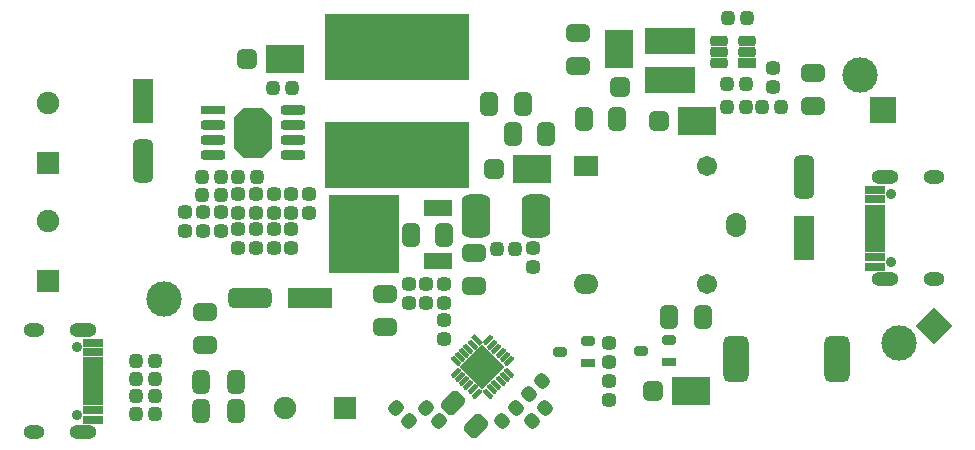
<source format=gbr>
%TF.GenerationSoftware,Altium Limited,Altium Designer,23.11.1 (41)*%
G04 Layer_Color=8388736*
%FSLAX26Y26*%
%MOIN*%
%TF.SameCoordinates,0B4E2714-AAF7-4A90-8E72-ED1F183F2DA5*%
%TF.FilePolarity,Negative*%
%TF.FileFunction,Soldermask,Top*%
%TF.Part,CustomerPanel*%
G01*
G75*
%TA.AperFunction,ViaPad*%
%ADD73C,0.019685*%
%TA.AperFunction,FiducialPad,Global*%
%ADD79C,0.118110*%
%TA.AperFunction,ComponentPad*%
%ADD80O,0.070992X0.047370*%
%ADD81C,0.034575*%
%ADD82O,0.090677X0.047370*%
%ADD83C,0.074929*%
%ADD84R,0.074929X0.074929*%
%ADD85R,0.074929X0.074929*%
%ADD86O,0.082803X0.067055*%
%ADD87R,0.082803X0.067055*%
%ADD88C,0.067055*%
%ADD89O,0.067055X0.082803*%
%ADD90P,0.120208X4X90.0*%
%ADD91R,0.085000X0.085000*%
%TA.AperFunction,SMDPad,CuDef*%
G04:AMPARAMS|DCode=100|XSize=79.653mil|YSize=58mil|CornerRadius=16.5mil|HoleSize=0mil|Usage=FLASHONLY|Rotation=90.000|XOffset=0mil|YOffset=0mil|HoleType=Round|Shape=RoundedRectangle|*
%AMROUNDEDRECTD100*
21,1,0.079653,0.025000,0,0,90.0*
21,1,0.046654,0.058000,0,0,90.0*
1,1,0.033000,0.012500,0.023327*
1,1,0.033000,0.012500,-0.023327*
1,1,0.033000,-0.012500,-0.023327*
1,1,0.033000,-0.012500,0.023327*
%
%ADD100ROUNDEDRECTD100*%
G04:AMPARAMS|DCode=101|XSize=67.055mil|YSize=145.795mil|CornerRadius=18.764mil|HoleSize=0mil|Usage=FLASHONLY|Rotation=270.000|XOffset=0mil|YOffset=0mil|HoleType=Round|Shape=RoundedRectangle|*
%AMROUNDEDRECTD101*
21,1,0.067055,0.108268,0,0,270.0*
21,1,0.029527,0.145795,0,0,270.0*
1,1,0.037528,-0.054134,-0.014764*
1,1,0.037528,-0.054134,0.014764*
1,1,0.037528,0.054134,0.014764*
1,1,0.037528,0.054134,-0.014764*
%
%ADD101ROUNDEDRECTD101*%
%ADD102R,0.145795X0.067055*%
%ADD103R,0.130047X0.094614*%
G04:AMPARAMS|DCode=104|XSize=67.055mil|YSize=67.843mil|CornerRadius=18.764mil|HoleSize=0mil|Usage=FLASHONLY|Rotation=270.000|XOffset=0mil|YOffset=0mil|HoleType=Round|Shape=RoundedRectangle|*
%AMROUNDEDRECTD104*
21,1,0.067055,0.030315,0,0,270.0*
21,1,0.029527,0.067843,0,0,270.0*
1,1,0.037528,-0.015158,-0.014764*
1,1,0.037528,-0.015158,0.014764*
1,1,0.037528,0.015158,0.014764*
1,1,0.037528,0.015158,-0.014764*
%
%ADD104ROUNDEDRECTD104*%
G04:AMPARAMS|DCode=105|XSize=78.866mil|YSize=59.181mil|CornerRadius=16.795mil|HoleSize=0mil|Usage=FLASHONLY|Rotation=180.000|XOffset=0mil|YOffset=0mil|HoleType=Round|Shape=RoundedRectangle|*
%AMROUNDEDRECTD105*
21,1,0.078866,0.025591,0,0,180.0*
21,1,0.045276,0.059181,0,0,180.0*
1,1,0.033590,-0.022638,0.012795*
1,1,0.033590,0.022638,0.012795*
1,1,0.033590,0.022638,-0.012795*
1,1,0.033590,-0.022638,-0.012795*
%
%ADD105ROUNDEDRECTD105*%
G04:AMPARAMS|DCode=106|XSize=78.866mil|YSize=59.181mil|CornerRadius=16.795mil|HoleSize=0mil|Usage=FLASHONLY|Rotation=225.000|XOffset=0mil|YOffset=0mil|HoleType=Round|Shape=RoundedRectangle|*
%AMROUNDEDRECTD106*
21,1,0.078866,0.025591,0,0,225.0*
21,1,0.045276,0.059181,0,0,225.0*
1,1,0.033590,-0.025055,-0.006960*
1,1,0.033590,0.006960,0.025055*
1,1,0.033590,0.025055,0.006960*
1,1,0.033590,-0.006960,-0.025055*
%
%ADD106ROUNDEDRECTD106*%
G04:AMPARAMS|DCode=107|XSize=86.74mil|YSize=155.638mil|CornerRadius=23.685mil|HoleSize=0mil|Usage=FLASHONLY|Rotation=0.000|XOffset=0mil|YOffset=0mil|HoleType=Round|Shape=RoundedRectangle|*
%AMROUNDEDRECTD107*
21,1,0.086740,0.108268,0,0,0.0*
21,1,0.039370,0.155638,0,0,0.0*
1,1,0.047370,0.019685,-0.054134*
1,1,0.047370,-0.019685,-0.054134*
1,1,0.047370,-0.019685,0.054134*
1,1,0.047370,0.019685,0.054134*
%
%ADD107ROUNDEDRECTD107*%
G04:AMPARAMS|DCode=108|XSize=47.37mil|YSize=43.433mil|CornerRadius=12.858mil|HoleSize=0mil|Usage=FLASHONLY|Rotation=270.000|XOffset=0mil|YOffset=0mil|HoleType=Round|Shape=RoundedRectangle|*
%AMROUNDEDRECTD108*
21,1,0.047370,0.017717,0,0,270.0*
21,1,0.021654,0.043433,0,0,270.0*
1,1,0.025716,-0.008858,-0.010827*
1,1,0.025716,-0.008858,0.010827*
1,1,0.025716,0.008858,0.010827*
1,1,0.025716,0.008858,-0.010827*
%
%ADD108ROUNDEDRECTD108*%
%ADD109R,0.065087X0.019811*%
%ADD110R,0.065087X0.031622*%
%ADD111R,0.165480X0.086740*%
G04:AMPARAMS|DCode=112|XSize=67.055mil|YSize=67.843mil|CornerRadius=18.764mil|HoleSize=0mil|Usage=FLASHONLY|Rotation=0.000|XOffset=0mil|YOffset=0mil|HoleType=Round|Shape=RoundedRectangle|*
%AMROUNDEDRECTD112*
21,1,0.067055,0.030315,0,0,0.0*
21,1,0.029527,0.067843,0,0,0.0*
1,1,0.037528,0.014764,-0.015158*
1,1,0.037528,-0.014764,-0.015158*
1,1,0.037528,-0.014764,0.015158*
1,1,0.037528,0.014764,0.015158*
%
%ADD112ROUNDEDRECTD112*%
%ADD113R,0.094614X0.130047*%
G04:AMPARAMS|DCode=114|XSize=47.37mil|YSize=43.433mil|CornerRadius=12.858mil|HoleSize=0mil|Usage=FLASHONLY|Rotation=315.000|XOffset=0mil|YOffset=0mil|HoleType=Round|Shape=RoundedRectangle|*
%AMROUNDEDRECTD114*
21,1,0.047370,0.017717,0,0,315.0*
21,1,0.021654,0.043433,0,0,315.0*
1,1,0.025716,0.001392,-0.013920*
1,1,0.025716,-0.013920,0.001392*
1,1,0.025716,-0.001392,0.013920*
1,1,0.025716,0.013920,-0.001392*
%
%ADD114ROUNDEDRECTD114*%
%TA.AperFunction,ConnectorPad*%
%ADD115R,0.065087X0.019811*%
%ADD116R,0.065087X0.031622*%
%TA.AperFunction,SMDPad,CuDef*%
G04:AMPARAMS|DCode=117|XSize=47.37mil|YSize=43.433mil|CornerRadius=12.858mil|HoleSize=0mil|Usage=FLASHONLY|Rotation=0.000|XOffset=0mil|YOffset=0mil|HoleType=Round|Shape=RoundedRectangle|*
%AMROUNDEDRECTD117*
21,1,0.047370,0.017717,0,0,0.0*
21,1,0.021654,0.043433,0,0,0.0*
1,1,0.025716,0.010827,-0.008858*
1,1,0.025716,-0.010827,-0.008858*
1,1,0.025716,-0.010827,0.008858*
1,1,0.025716,0.010827,0.008858*
%
%ADD117ROUNDEDRECTD117*%
G04:AMPARAMS|DCode=118|XSize=78.866mil|YSize=59.181mil|CornerRadius=16.795mil|HoleSize=0mil|Usage=FLASHONLY|Rotation=90.000|XOffset=0mil|YOffset=0mil|HoleType=Round|Shape=RoundedRectangle|*
%AMROUNDEDRECTD118*
21,1,0.078866,0.025591,0,0,90.0*
21,1,0.045276,0.059181,0,0,90.0*
1,1,0.033590,0.012795,0.022638*
1,1,0.033590,0.012795,-0.022638*
1,1,0.033590,-0.012795,-0.022638*
1,1,0.033590,-0.012795,0.022638*
%
%ADD118ROUNDEDRECTD118*%
G04:AMPARAMS|DCode=119|XSize=67.055mil|YSize=145.795mil|CornerRadius=18.764mil|HoleSize=0mil|Usage=FLASHONLY|Rotation=0.000|XOffset=0mil|YOffset=0mil|HoleType=Round|Shape=RoundedRectangle|*
%AMROUNDEDRECTD119*
21,1,0.067055,0.108268,0,0,0.0*
21,1,0.029527,0.145795,0,0,0.0*
1,1,0.037528,0.014764,-0.054134*
1,1,0.037528,-0.014764,-0.054134*
1,1,0.037528,-0.014764,0.054134*
1,1,0.037528,0.014764,0.054134*
%
%ADD119ROUNDEDRECTD119*%
%ADD120R,0.067055X0.145795*%
%ADD121R,0.094614X0.055244*%
%ADD122R,0.236346X0.259969*%
%ADD123R,0.480441X0.224535*%
G04:AMPARAMS|DCode=124|XSize=126.11mil|YSize=165.48mil|CornerRadius=0mil|HoleSize=0mil|Usage=FLASHONLY|Rotation=0.000|XOffset=0mil|YOffset=0mil|HoleType=Round|Shape=Octagon|*
%AMOCTAGOND124*
4,1,8,-0.031527,0.082740,0.031527,0.082740,0.063055,0.051213,0.063055,-0.051213,0.031527,-0.082740,-0.031527,-0.082740,-0.063055,-0.051213,-0.063055,0.051213,-0.031527,0.082740,0.0*
%
%ADD124OCTAGOND124*%

%ADD125R,0.082803X0.031622*%
G04:AMPARAMS|DCode=126|XSize=31.622mil|YSize=82.803mil|CornerRadius=9.906mil|HoleSize=0mil|Usage=FLASHONLY|Rotation=90.000|XOffset=0mil|YOffset=0mil|HoleType=Round|Shape=RoundedRectangle|*
%AMROUNDEDRECTD126*
21,1,0.031622,0.062992,0,0,90.0*
21,1,0.011811,0.082803,0,0,90.0*
1,1,0.019811,0.031496,0.005906*
1,1,0.019811,0.031496,-0.005906*
1,1,0.019811,-0.031496,-0.005906*
1,1,0.019811,-0.031496,0.005906*
%
%ADD126ROUNDEDRECTD126*%
G04:AMPARAMS|DCode=127|XSize=143.827mil|YSize=96.583mil|CornerRadius=26.146mil|HoleSize=0mil|Usage=FLASHONLY|Rotation=90.000|XOffset=0mil|YOffset=0mil|HoleType=Round|Shape=RoundedRectangle|*
%AMROUNDEDRECTD127*
21,1,0.143827,0.044291,0,0,90.0*
21,1,0.091536,0.096583,0,0,90.0*
1,1,0.052291,0.022146,0.045768*
1,1,0.052291,0.022146,-0.045768*
1,1,0.052291,-0.022146,-0.045768*
1,1,0.052291,-0.022146,0.045768*
%
%ADD127ROUNDEDRECTD127*%
G04:AMPARAMS|DCode=128|XSize=41.071mil|YSize=18.236mil|CornerRadius=6.559mil|HoleSize=0mil|Usage=FLASHONLY|Rotation=45.000|XOffset=0mil|YOffset=0mil|HoleType=Round|Shape=RoundedRectangle|*
%AMROUNDEDRECTD128*
21,1,0.041071,0.005118,0,0,45.0*
21,1,0.027953,0.018236,0,0,45.0*
1,1,0.013118,0.011692,0.008073*
1,1,0.013118,-0.008073,-0.011692*
1,1,0.013118,-0.011692,-0.008073*
1,1,0.013118,0.008073,0.011692*
%
%ADD128ROUNDEDRECTD128*%
G04:AMPARAMS|DCode=129|XSize=41.071mil|YSize=18.236mil|CornerRadius=0mil|HoleSize=0mil|Usage=FLASHONLY|Rotation=315.000|XOffset=0mil|YOffset=0mil|HoleType=Round|Shape=Rectangle|*
%AMROTATEDRECTD129*
4,1,4,-0.020968,0.008073,-0.008073,0.020968,0.020968,-0.008073,0.008073,-0.020968,-0.020968,0.008073,0.0*
%
%ADD129ROTATEDRECTD129*%

G04:AMPARAMS|DCode=130|XSize=41.071mil|YSize=18.236mil|CornerRadius=6.559mil|HoleSize=0mil|Usage=FLASHONLY|Rotation=315.000|XOffset=0mil|YOffset=0mil|HoleType=Round|Shape=RoundedRectangle|*
%AMROUNDEDRECTD130*
21,1,0.041071,0.005118,0,0,315.0*
21,1,0.027953,0.018236,0,0,315.0*
1,1,0.013118,0.008073,-0.011692*
1,1,0.013118,-0.011692,0.008073*
1,1,0.013118,-0.008073,0.011692*
1,1,0.013118,0.011692,-0.008073*
%
%ADD130ROUNDEDRECTD130*%
%ADD131P,0.150508X4X360.0*%
G04:AMPARAMS|DCode=132|XSize=47.37mil|YSize=43.433mil|CornerRadius=12.858mil|HoleSize=0mil|Usage=FLASHONLY|Rotation=225.000|XOffset=0mil|YOffset=0mil|HoleType=Round|Shape=RoundedRectangle|*
%AMROUNDEDRECTD132*
21,1,0.047370,0.017717,0,0,225.0*
21,1,0.021654,0.043433,0,0,225.0*
1,1,0.025716,-0.013920,-0.001392*
1,1,0.025716,0.001392,0.013920*
1,1,0.025716,0.013920,0.001392*
1,1,0.025716,-0.001392,-0.013920*
%
%ADD132ROUNDEDRECTD132*%
%ADD133R,0.047370X0.031622*%
G04:AMPARAMS|DCode=134|XSize=31.622mil|YSize=47.37mil|CornerRadius=9.906mil|HoleSize=0mil|Usage=FLASHONLY|Rotation=270.000|XOffset=0mil|YOffset=0mil|HoleType=Round|Shape=RoundedRectangle|*
%AMROUNDEDRECTD134*
21,1,0.031622,0.027559,0,0,270.0*
21,1,0.011811,0.047370,0,0,270.0*
1,1,0.019811,-0.013780,-0.005906*
1,1,0.019811,-0.013780,0.005906*
1,1,0.019811,0.013780,0.005906*
1,1,0.019811,0.013780,-0.005906*
%
%ADD134ROUNDEDRECTD134*%
%ADD135R,0.059181X0.035559*%
G04:AMPARAMS|DCode=136|XSize=35.559mil|YSize=59.181mil|CornerRadius=10.89mil|HoleSize=0mil|Usage=FLASHONLY|Rotation=270.000|XOffset=0mil|YOffset=0mil|HoleType=Round|Shape=RoundedRectangle|*
%AMROUNDEDRECTD136*
21,1,0.035559,0.037401,0,0,270.0*
21,1,0.013780,0.059181,0,0,270.0*
1,1,0.021780,-0.018701,-0.006890*
1,1,0.021780,-0.018701,0.006890*
1,1,0.021780,0.018701,0.006890*
1,1,0.021780,0.018701,-0.006890*
%
%ADD136ROUNDEDRECTD136*%
D73*
X818898Y1507874D02*
D03*
Y1478347D02*
D03*
Y1448819D02*
D03*
Y1419291D02*
D03*
X848425D02*
D03*
Y1448819D02*
D03*
Y1478347D02*
D03*
Y1507874D02*
D03*
X877953Y1419291D02*
D03*
Y1448819D02*
D03*
Y1478347D02*
D03*
Y1507874D02*
D03*
D79*
X543307Y907480D02*
D03*
X2866142Y1655512D02*
D03*
X2994095Y759843D02*
D03*
D80*
X3112204Y1313779D02*
D03*
Y973622D02*
D03*
X111213Y463748D02*
D03*
Y803905D02*
D03*
D81*
X2968504Y1257477D02*
D03*
Y1029925D02*
D03*
X254913Y520051D02*
D03*
Y747603D02*
D03*
D82*
X2947637Y1313779D02*
D03*
Y973622D02*
D03*
X275780Y463748D02*
D03*
Y803905D02*
D03*
D83*
X949055Y543307D02*
D03*
X159449Y1560236D02*
D03*
Y1166535D02*
D03*
D84*
X1149055Y543307D02*
D03*
D85*
X159449Y1360236D02*
D03*
Y966535D02*
D03*
D86*
X1952756Y956693D02*
D03*
D87*
Y1350394D02*
D03*
D88*
X2354331Y956693D02*
D03*
Y1350394D02*
D03*
D89*
X2452756Y1153543D02*
D03*
D90*
X3112205Y818898D02*
D03*
D91*
X2942913Y1537402D02*
D03*
D100*
X669685Y631890D02*
D03*
X785433D02*
D03*
X669685Y533465D02*
D03*
X785433D02*
D03*
D101*
X831575Y911669D02*
D03*
D102*
X1032362D02*
D03*
D103*
X2302905Y602362D02*
D03*
X947740Y1708543D02*
D03*
X2322590Y1501559D02*
D03*
X1771409Y1340551D02*
D03*
D104*
X2175819Y601654D02*
D03*
X820654Y1707835D02*
D03*
X2195504Y1500851D02*
D03*
X1644323Y1339842D02*
D03*
D105*
X1281496Y923228D02*
D03*
Y812992D02*
D03*
X681102Y864173D02*
D03*
Y753937D02*
D03*
X1576772Y1061024D02*
D03*
Y950787D02*
D03*
X2708661Y1551181D02*
D03*
X2708662Y1661418D02*
D03*
X1923968Y1794669D02*
D03*
Y1684433D02*
D03*
D106*
X1508270Y562597D02*
D03*
X1586218Y484648D02*
D03*
D107*
X2452968Y707929D02*
D03*
X2786968D02*
D03*
D108*
X2539370Y1547244D02*
D03*
X2602362D02*
D03*
X971606Y1610118D02*
D03*
X908614D02*
D03*
X735386Y1255787D02*
D03*
X672394D02*
D03*
X790504Y1314842D02*
D03*
X853496D02*
D03*
X672394D02*
D03*
X735386D02*
D03*
X1653543Y1074803D02*
D03*
X1716535D02*
D03*
X515748Y582677D02*
D03*
X452756Y582677D02*
D03*
X515748Y523622D02*
D03*
X452756Y523622D02*
D03*
X515748Y641732D02*
D03*
X452756Y641732D02*
D03*
X515748Y700787D02*
D03*
X452756D02*
D03*
X2484252Y1547244D02*
D03*
X2421260D02*
D03*
X2487465Y1844669D02*
D03*
X2424472D02*
D03*
X2422472Y1625669D02*
D03*
X2485465D02*
D03*
D109*
X2913582Y1173232D02*
D03*
Y1114176D02*
D03*
Y1153546D02*
D03*
Y1133861D02*
D03*
Y1094491D02*
D03*
Y1074806D02*
D03*
Y1192917D02*
D03*
Y1212602D02*
D03*
D110*
Y1047247D02*
D03*
Y1240161D02*
D03*
Y1271657D02*
D03*
Y1015751D02*
D03*
D111*
X2229969Y1636669D02*
D03*
X2229968Y1766669D02*
D03*
D112*
X2063677Y1614583D02*
D03*
D113*
X2062968Y1741670D02*
D03*
D114*
X1771036Y501351D02*
D03*
X1815578Y545893D02*
D03*
X1672611Y501351D02*
D03*
X1717153Y545893D02*
D03*
X1761194Y589934D02*
D03*
X1805736Y634476D02*
D03*
D115*
X309835Y604296D02*
D03*
Y663351D02*
D03*
Y623981D02*
D03*
Y643666D02*
D03*
Y683036D02*
D03*
Y702721D02*
D03*
Y584611D02*
D03*
Y564926D02*
D03*
D116*
X309835Y730280D02*
D03*
X309835Y537367D02*
D03*
Y505871D02*
D03*
X309835Y761776D02*
D03*
D117*
X2029528Y570866D02*
D03*
Y633858D02*
D03*
X733811Y1198488D02*
D03*
Y1135496D02*
D03*
X674756Y1135496D02*
D03*
Y1198488D02*
D03*
X615701Y1198488D02*
D03*
X615701Y1135496D02*
D03*
X969638Y1139646D02*
D03*
Y1076654D02*
D03*
X792472Y1139646D02*
D03*
Y1076654D02*
D03*
X910583Y1076653D02*
D03*
Y1139646D02*
D03*
X851528Y1076653D02*
D03*
Y1139646D02*
D03*
X792472Y1194764D02*
D03*
Y1257756D02*
D03*
X1028693D02*
D03*
Y1194764D02*
D03*
X969638Y1194764D02*
D03*
Y1257756D02*
D03*
X910583Y1194764D02*
D03*
X910583Y1257756D02*
D03*
X851528Y1194764D02*
D03*
X851528Y1257756D02*
D03*
X1478347Y958661D02*
D03*
Y895669D02*
D03*
X1773622Y1076772D02*
D03*
Y1013779D02*
D03*
X1419291Y895669D02*
D03*
Y958661D02*
D03*
X1360236Y958661D02*
D03*
Y895669D02*
D03*
X1478968Y838094D02*
D03*
Y775102D02*
D03*
X2029528Y761811D02*
D03*
X2029527Y698819D02*
D03*
X2574468Y1677916D02*
D03*
Y1614924D02*
D03*
D118*
X2340087Y846228D02*
D03*
X2229850D02*
D03*
X1478087Y1122598D02*
D03*
X1367850D02*
D03*
X2055118Y1507874D02*
D03*
X1944882D02*
D03*
X1740158Y1557087D02*
D03*
X1629921D02*
D03*
X1818898Y1458661D02*
D03*
X1708661D02*
D03*
D119*
X474409Y1368110D02*
D03*
X2679134Y1312992D02*
D03*
D120*
X474409Y1568898D02*
D03*
X2679134Y1112205D02*
D03*
D121*
X1458661Y1033071D02*
D03*
Y1212598D02*
D03*
D122*
X1210630Y1122835D02*
D03*
D123*
X1320323Y1387276D02*
D03*
Y1747276D02*
D03*
D124*
X841685Y1462480D02*
D03*
D125*
X709795Y1537480D02*
D03*
D126*
Y1487480D02*
D03*
Y1437480D02*
D03*
Y1387480D02*
D03*
X973575Y1537480D02*
D03*
Y1487480D02*
D03*
Y1437480D02*
D03*
Y1387480D02*
D03*
D127*
X1784449Y1183071D02*
D03*
X1585630D02*
D03*
D128*
X1517772Y662172D02*
D03*
X1531691Y648253D02*
D03*
X1545610Y634333D02*
D03*
X1559530Y620414D02*
D03*
X1573449Y606494D02*
D03*
X1587369Y592575D02*
D03*
X1694827Y700033D02*
D03*
X1680907Y713952D02*
D03*
X1666988Y727872D02*
D03*
X1653068Y741791D02*
D03*
X1639149Y755711D02*
D03*
X1625230Y769630D02*
D03*
D129*
X1587369D02*
D03*
D130*
X1573449Y755711D02*
D03*
X1559530Y741791D02*
D03*
X1545610Y727872D02*
D03*
X1531691Y713952D02*
D03*
X1517772Y700033D02*
D03*
X1625230Y592575D02*
D03*
X1639149Y606494D02*
D03*
X1653068Y620414D02*
D03*
X1666988Y634333D02*
D03*
X1680907Y648253D02*
D03*
X1694827Y662172D02*
D03*
D131*
X1606299Y681102D02*
D03*
D132*
X1362822Y501351D02*
D03*
X1318280Y545893D02*
D03*
X1461248Y501351D02*
D03*
X1416705Y545893D02*
D03*
D133*
X1958661Y692913D02*
D03*
X2228213Y696197D02*
D03*
D134*
X1958661Y767716D02*
D03*
X1864173Y730315D02*
D03*
X2228213Y771000D02*
D03*
X2133724Y733598D02*
D03*
D135*
X2488996Y1694326D02*
D03*
D136*
Y1731727D02*
D03*
Y1769129D02*
D03*
X2394508D02*
D03*
Y1731727D02*
D03*
Y1694326D02*
D03*
%TF.MD5,1b0648a9ee6abf87cb492a7f5f43116a*%
M02*

</source>
